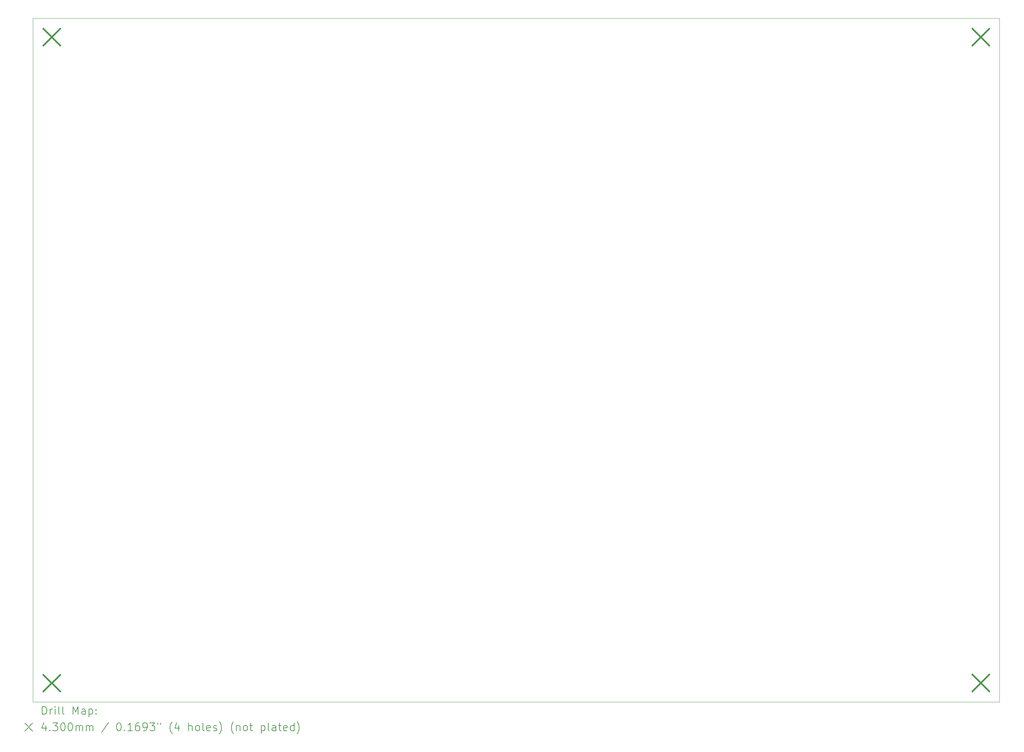
<source format=gbr>
%TF.GenerationSoftware,KiCad,Pcbnew,7.0.2*%
%TF.CreationDate,2023-08-30T10:53:34+01:00*%
%TF.ProjectId,Air quality project,41697220-7175-4616-9c69-74792070726f,rev?*%
%TF.SameCoordinates,Original*%
%TF.FileFunction,Drillmap*%
%TF.FilePolarity,Positive*%
%FSLAX45Y45*%
G04 Gerber Fmt 4.5, Leading zero omitted, Abs format (unit mm)*
G04 Created by KiCad (PCBNEW 7.0.2) date 2023-08-30 10:53:34*
%MOMM*%
%LPD*%
G01*
G04 APERTURE LIST*
%ADD10C,0.100000*%
%ADD11C,0.200000*%
%ADD12C,0.430000*%
G04 APERTURE END LIST*
D10*
X2000000Y-2000000D02*
X26650000Y-2000000D01*
X26650000Y-19450000D01*
X2000000Y-19450000D01*
X2000000Y-2000000D01*
D11*
D12*
X2264000Y-18754000D02*
X2694000Y-19184000D01*
X2694000Y-18754000D02*
X2264000Y-19184000D01*
X2266000Y-2268000D02*
X2696000Y-2698000D01*
X2696000Y-2268000D02*
X2266000Y-2698000D01*
X25953000Y-2268000D02*
X26383000Y-2698000D01*
X26383000Y-2268000D02*
X25953000Y-2698000D01*
X25953000Y-18753000D02*
X26383000Y-19183000D01*
X26383000Y-18753000D02*
X25953000Y-19183000D01*
D11*
X2242619Y-19767524D02*
X2242619Y-19567524D01*
X2242619Y-19567524D02*
X2290238Y-19567524D01*
X2290238Y-19567524D02*
X2318810Y-19577048D01*
X2318810Y-19577048D02*
X2337857Y-19596095D01*
X2337857Y-19596095D02*
X2347381Y-19615143D01*
X2347381Y-19615143D02*
X2356905Y-19653238D01*
X2356905Y-19653238D02*
X2356905Y-19681810D01*
X2356905Y-19681810D02*
X2347381Y-19719905D01*
X2347381Y-19719905D02*
X2337857Y-19738952D01*
X2337857Y-19738952D02*
X2318810Y-19758000D01*
X2318810Y-19758000D02*
X2290238Y-19767524D01*
X2290238Y-19767524D02*
X2242619Y-19767524D01*
X2442619Y-19767524D02*
X2442619Y-19634190D01*
X2442619Y-19672286D02*
X2452143Y-19653238D01*
X2452143Y-19653238D02*
X2461667Y-19643714D01*
X2461667Y-19643714D02*
X2480714Y-19634190D01*
X2480714Y-19634190D02*
X2499762Y-19634190D01*
X2566429Y-19767524D02*
X2566429Y-19634190D01*
X2566429Y-19567524D02*
X2556905Y-19577048D01*
X2556905Y-19577048D02*
X2566429Y-19586571D01*
X2566429Y-19586571D02*
X2575952Y-19577048D01*
X2575952Y-19577048D02*
X2566429Y-19567524D01*
X2566429Y-19567524D02*
X2566429Y-19586571D01*
X2690238Y-19767524D02*
X2671190Y-19758000D01*
X2671190Y-19758000D02*
X2661667Y-19738952D01*
X2661667Y-19738952D02*
X2661667Y-19567524D01*
X2795000Y-19767524D02*
X2775952Y-19758000D01*
X2775952Y-19758000D02*
X2766429Y-19738952D01*
X2766429Y-19738952D02*
X2766429Y-19567524D01*
X3023571Y-19767524D02*
X3023571Y-19567524D01*
X3023571Y-19567524D02*
X3090238Y-19710381D01*
X3090238Y-19710381D02*
X3156905Y-19567524D01*
X3156905Y-19567524D02*
X3156905Y-19767524D01*
X3337857Y-19767524D02*
X3337857Y-19662762D01*
X3337857Y-19662762D02*
X3328333Y-19643714D01*
X3328333Y-19643714D02*
X3309286Y-19634190D01*
X3309286Y-19634190D02*
X3271190Y-19634190D01*
X3271190Y-19634190D02*
X3252143Y-19643714D01*
X3337857Y-19758000D02*
X3318809Y-19767524D01*
X3318809Y-19767524D02*
X3271190Y-19767524D01*
X3271190Y-19767524D02*
X3252143Y-19758000D01*
X3252143Y-19758000D02*
X3242619Y-19738952D01*
X3242619Y-19738952D02*
X3242619Y-19719905D01*
X3242619Y-19719905D02*
X3252143Y-19700857D01*
X3252143Y-19700857D02*
X3271190Y-19691333D01*
X3271190Y-19691333D02*
X3318809Y-19691333D01*
X3318809Y-19691333D02*
X3337857Y-19681810D01*
X3433095Y-19634190D02*
X3433095Y-19834190D01*
X3433095Y-19643714D02*
X3452143Y-19634190D01*
X3452143Y-19634190D02*
X3490238Y-19634190D01*
X3490238Y-19634190D02*
X3509286Y-19643714D01*
X3509286Y-19643714D02*
X3518809Y-19653238D01*
X3518809Y-19653238D02*
X3528333Y-19672286D01*
X3528333Y-19672286D02*
X3528333Y-19729429D01*
X3528333Y-19729429D02*
X3518809Y-19748476D01*
X3518809Y-19748476D02*
X3509286Y-19758000D01*
X3509286Y-19758000D02*
X3490238Y-19767524D01*
X3490238Y-19767524D02*
X3452143Y-19767524D01*
X3452143Y-19767524D02*
X3433095Y-19758000D01*
X3614048Y-19748476D02*
X3623571Y-19758000D01*
X3623571Y-19758000D02*
X3614048Y-19767524D01*
X3614048Y-19767524D02*
X3604524Y-19758000D01*
X3604524Y-19758000D02*
X3614048Y-19748476D01*
X3614048Y-19748476D02*
X3614048Y-19767524D01*
X3614048Y-19643714D02*
X3623571Y-19653238D01*
X3623571Y-19653238D02*
X3614048Y-19662762D01*
X3614048Y-19662762D02*
X3604524Y-19653238D01*
X3604524Y-19653238D02*
X3614048Y-19643714D01*
X3614048Y-19643714D02*
X3614048Y-19662762D01*
X1795000Y-19995000D02*
X1995000Y-20195000D01*
X1995000Y-19995000D02*
X1795000Y-20195000D01*
X2328333Y-20054190D02*
X2328333Y-20187524D01*
X2280714Y-19978000D02*
X2233095Y-20120857D01*
X2233095Y-20120857D02*
X2356905Y-20120857D01*
X2433095Y-20168476D02*
X2442619Y-20178000D01*
X2442619Y-20178000D02*
X2433095Y-20187524D01*
X2433095Y-20187524D02*
X2423571Y-20178000D01*
X2423571Y-20178000D02*
X2433095Y-20168476D01*
X2433095Y-20168476D02*
X2433095Y-20187524D01*
X2509286Y-19987524D02*
X2633095Y-19987524D01*
X2633095Y-19987524D02*
X2566429Y-20063714D01*
X2566429Y-20063714D02*
X2595000Y-20063714D01*
X2595000Y-20063714D02*
X2614048Y-20073238D01*
X2614048Y-20073238D02*
X2623571Y-20082762D01*
X2623571Y-20082762D02*
X2633095Y-20101810D01*
X2633095Y-20101810D02*
X2633095Y-20149429D01*
X2633095Y-20149429D02*
X2623571Y-20168476D01*
X2623571Y-20168476D02*
X2614048Y-20178000D01*
X2614048Y-20178000D02*
X2595000Y-20187524D01*
X2595000Y-20187524D02*
X2537857Y-20187524D01*
X2537857Y-20187524D02*
X2518810Y-20178000D01*
X2518810Y-20178000D02*
X2509286Y-20168476D01*
X2756905Y-19987524D02*
X2775952Y-19987524D01*
X2775952Y-19987524D02*
X2795000Y-19997048D01*
X2795000Y-19997048D02*
X2804524Y-20006571D01*
X2804524Y-20006571D02*
X2814048Y-20025619D01*
X2814048Y-20025619D02*
X2823571Y-20063714D01*
X2823571Y-20063714D02*
X2823571Y-20111333D01*
X2823571Y-20111333D02*
X2814048Y-20149429D01*
X2814048Y-20149429D02*
X2804524Y-20168476D01*
X2804524Y-20168476D02*
X2795000Y-20178000D01*
X2795000Y-20178000D02*
X2775952Y-20187524D01*
X2775952Y-20187524D02*
X2756905Y-20187524D01*
X2756905Y-20187524D02*
X2737857Y-20178000D01*
X2737857Y-20178000D02*
X2728333Y-20168476D01*
X2728333Y-20168476D02*
X2718810Y-20149429D01*
X2718810Y-20149429D02*
X2709286Y-20111333D01*
X2709286Y-20111333D02*
X2709286Y-20063714D01*
X2709286Y-20063714D02*
X2718810Y-20025619D01*
X2718810Y-20025619D02*
X2728333Y-20006571D01*
X2728333Y-20006571D02*
X2737857Y-19997048D01*
X2737857Y-19997048D02*
X2756905Y-19987524D01*
X2947381Y-19987524D02*
X2966429Y-19987524D01*
X2966429Y-19987524D02*
X2985476Y-19997048D01*
X2985476Y-19997048D02*
X2995000Y-20006571D01*
X2995000Y-20006571D02*
X3004524Y-20025619D01*
X3004524Y-20025619D02*
X3014048Y-20063714D01*
X3014048Y-20063714D02*
X3014048Y-20111333D01*
X3014048Y-20111333D02*
X3004524Y-20149429D01*
X3004524Y-20149429D02*
X2995000Y-20168476D01*
X2995000Y-20168476D02*
X2985476Y-20178000D01*
X2985476Y-20178000D02*
X2966429Y-20187524D01*
X2966429Y-20187524D02*
X2947381Y-20187524D01*
X2947381Y-20187524D02*
X2928333Y-20178000D01*
X2928333Y-20178000D02*
X2918809Y-20168476D01*
X2918809Y-20168476D02*
X2909286Y-20149429D01*
X2909286Y-20149429D02*
X2899762Y-20111333D01*
X2899762Y-20111333D02*
X2899762Y-20063714D01*
X2899762Y-20063714D02*
X2909286Y-20025619D01*
X2909286Y-20025619D02*
X2918809Y-20006571D01*
X2918809Y-20006571D02*
X2928333Y-19997048D01*
X2928333Y-19997048D02*
X2947381Y-19987524D01*
X3099762Y-20187524D02*
X3099762Y-20054190D01*
X3099762Y-20073238D02*
X3109286Y-20063714D01*
X3109286Y-20063714D02*
X3128333Y-20054190D01*
X3128333Y-20054190D02*
X3156905Y-20054190D01*
X3156905Y-20054190D02*
X3175952Y-20063714D01*
X3175952Y-20063714D02*
X3185476Y-20082762D01*
X3185476Y-20082762D02*
X3185476Y-20187524D01*
X3185476Y-20082762D02*
X3195000Y-20063714D01*
X3195000Y-20063714D02*
X3214048Y-20054190D01*
X3214048Y-20054190D02*
X3242619Y-20054190D01*
X3242619Y-20054190D02*
X3261667Y-20063714D01*
X3261667Y-20063714D02*
X3271190Y-20082762D01*
X3271190Y-20082762D02*
X3271190Y-20187524D01*
X3366429Y-20187524D02*
X3366429Y-20054190D01*
X3366429Y-20073238D02*
X3375952Y-20063714D01*
X3375952Y-20063714D02*
X3395000Y-20054190D01*
X3395000Y-20054190D02*
X3423571Y-20054190D01*
X3423571Y-20054190D02*
X3442619Y-20063714D01*
X3442619Y-20063714D02*
X3452143Y-20082762D01*
X3452143Y-20082762D02*
X3452143Y-20187524D01*
X3452143Y-20082762D02*
X3461667Y-20063714D01*
X3461667Y-20063714D02*
X3480714Y-20054190D01*
X3480714Y-20054190D02*
X3509286Y-20054190D01*
X3509286Y-20054190D02*
X3528333Y-20063714D01*
X3528333Y-20063714D02*
X3537857Y-20082762D01*
X3537857Y-20082762D02*
X3537857Y-20187524D01*
X3928333Y-19978000D02*
X3756905Y-20235143D01*
X4185476Y-19987524D02*
X4204524Y-19987524D01*
X4204524Y-19987524D02*
X4223572Y-19997048D01*
X4223572Y-19997048D02*
X4233095Y-20006571D01*
X4233095Y-20006571D02*
X4242619Y-20025619D01*
X4242619Y-20025619D02*
X4252143Y-20063714D01*
X4252143Y-20063714D02*
X4252143Y-20111333D01*
X4252143Y-20111333D02*
X4242619Y-20149429D01*
X4242619Y-20149429D02*
X4233095Y-20168476D01*
X4233095Y-20168476D02*
X4223572Y-20178000D01*
X4223572Y-20178000D02*
X4204524Y-20187524D01*
X4204524Y-20187524D02*
X4185476Y-20187524D01*
X4185476Y-20187524D02*
X4166429Y-20178000D01*
X4166429Y-20178000D02*
X4156905Y-20168476D01*
X4156905Y-20168476D02*
X4147381Y-20149429D01*
X4147381Y-20149429D02*
X4137857Y-20111333D01*
X4137857Y-20111333D02*
X4137857Y-20063714D01*
X4137857Y-20063714D02*
X4147381Y-20025619D01*
X4147381Y-20025619D02*
X4156905Y-20006571D01*
X4156905Y-20006571D02*
X4166429Y-19997048D01*
X4166429Y-19997048D02*
X4185476Y-19987524D01*
X4337857Y-20168476D02*
X4347381Y-20178000D01*
X4347381Y-20178000D02*
X4337857Y-20187524D01*
X4337857Y-20187524D02*
X4328334Y-20178000D01*
X4328334Y-20178000D02*
X4337857Y-20168476D01*
X4337857Y-20168476D02*
X4337857Y-20187524D01*
X4537857Y-20187524D02*
X4423572Y-20187524D01*
X4480714Y-20187524D02*
X4480714Y-19987524D01*
X4480714Y-19987524D02*
X4461667Y-20016095D01*
X4461667Y-20016095D02*
X4442619Y-20035143D01*
X4442619Y-20035143D02*
X4423572Y-20044667D01*
X4709286Y-19987524D02*
X4671191Y-19987524D01*
X4671191Y-19987524D02*
X4652143Y-19997048D01*
X4652143Y-19997048D02*
X4642619Y-20006571D01*
X4642619Y-20006571D02*
X4623572Y-20035143D01*
X4623572Y-20035143D02*
X4614048Y-20073238D01*
X4614048Y-20073238D02*
X4614048Y-20149429D01*
X4614048Y-20149429D02*
X4623572Y-20168476D01*
X4623572Y-20168476D02*
X4633095Y-20178000D01*
X4633095Y-20178000D02*
X4652143Y-20187524D01*
X4652143Y-20187524D02*
X4690238Y-20187524D01*
X4690238Y-20187524D02*
X4709286Y-20178000D01*
X4709286Y-20178000D02*
X4718810Y-20168476D01*
X4718810Y-20168476D02*
X4728334Y-20149429D01*
X4728334Y-20149429D02*
X4728334Y-20101810D01*
X4728334Y-20101810D02*
X4718810Y-20082762D01*
X4718810Y-20082762D02*
X4709286Y-20073238D01*
X4709286Y-20073238D02*
X4690238Y-20063714D01*
X4690238Y-20063714D02*
X4652143Y-20063714D01*
X4652143Y-20063714D02*
X4633095Y-20073238D01*
X4633095Y-20073238D02*
X4623572Y-20082762D01*
X4623572Y-20082762D02*
X4614048Y-20101810D01*
X4823572Y-20187524D02*
X4861667Y-20187524D01*
X4861667Y-20187524D02*
X4880715Y-20178000D01*
X4880715Y-20178000D02*
X4890238Y-20168476D01*
X4890238Y-20168476D02*
X4909286Y-20139905D01*
X4909286Y-20139905D02*
X4918810Y-20101810D01*
X4918810Y-20101810D02*
X4918810Y-20025619D01*
X4918810Y-20025619D02*
X4909286Y-20006571D01*
X4909286Y-20006571D02*
X4899762Y-19997048D01*
X4899762Y-19997048D02*
X4880715Y-19987524D01*
X4880715Y-19987524D02*
X4842619Y-19987524D01*
X4842619Y-19987524D02*
X4823572Y-19997048D01*
X4823572Y-19997048D02*
X4814048Y-20006571D01*
X4814048Y-20006571D02*
X4804524Y-20025619D01*
X4804524Y-20025619D02*
X4804524Y-20073238D01*
X4804524Y-20073238D02*
X4814048Y-20092286D01*
X4814048Y-20092286D02*
X4823572Y-20101810D01*
X4823572Y-20101810D02*
X4842619Y-20111333D01*
X4842619Y-20111333D02*
X4880715Y-20111333D01*
X4880715Y-20111333D02*
X4899762Y-20101810D01*
X4899762Y-20101810D02*
X4909286Y-20092286D01*
X4909286Y-20092286D02*
X4918810Y-20073238D01*
X4985476Y-19987524D02*
X5109286Y-19987524D01*
X5109286Y-19987524D02*
X5042619Y-20063714D01*
X5042619Y-20063714D02*
X5071191Y-20063714D01*
X5071191Y-20063714D02*
X5090238Y-20073238D01*
X5090238Y-20073238D02*
X5099762Y-20082762D01*
X5099762Y-20082762D02*
X5109286Y-20101810D01*
X5109286Y-20101810D02*
X5109286Y-20149429D01*
X5109286Y-20149429D02*
X5099762Y-20168476D01*
X5099762Y-20168476D02*
X5090238Y-20178000D01*
X5090238Y-20178000D02*
X5071191Y-20187524D01*
X5071191Y-20187524D02*
X5014048Y-20187524D01*
X5014048Y-20187524D02*
X4995000Y-20178000D01*
X4995000Y-20178000D02*
X4985476Y-20168476D01*
X5185476Y-19987524D02*
X5185476Y-20025619D01*
X5261667Y-19987524D02*
X5261667Y-20025619D01*
X5556905Y-20263714D02*
X5547381Y-20254190D01*
X5547381Y-20254190D02*
X5528334Y-20225619D01*
X5528334Y-20225619D02*
X5518810Y-20206571D01*
X5518810Y-20206571D02*
X5509286Y-20178000D01*
X5509286Y-20178000D02*
X5499762Y-20130381D01*
X5499762Y-20130381D02*
X5499762Y-20092286D01*
X5499762Y-20092286D02*
X5509286Y-20044667D01*
X5509286Y-20044667D02*
X5518810Y-20016095D01*
X5518810Y-20016095D02*
X5528334Y-19997048D01*
X5528334Y-19997048D02*
X5547381Y-19968476D01*
X5547381Y-19968476D02*
X5556905Y-19958952D01*
X5718810Y-20054190D02*
X5718810Y-20187524D01*
X5671191Y-19978000D02*
X5623572Y-20120857D01*
X5623572Y-20120857D02*
X5747381Y-20120857D01*
X5975953Y-20187524D02*
X5975953Y-19987524D01*
X6061667Y-20187524D02*
X6061667Y-20082762D01*
X6061667Y-20082762D02*
X6052143Y-20063714D01*
X6052143Y-20063714D02*
X6033096Y-20054190D01*
X6033096Y-20054190D02*
X6004524Y-20054190D01*
X6004524Y-20054190D02*
X5985476Y-20063714D01*
X5985476Y-20063714D02*
X5975953Y-20073238D01*
X6185476Y-20187524D02*
X6166429Y-20178000D01*
X6166429Y-20178000D02*
X6156905Y-20168476D01*
X6156905Y-20168476D02*
X6147381Y-20149429D01*
X6147381Y-20149429D02*
X6147381Y-20092286D01*
X6147381Y-20092286D02*
X6156905Y-20073238D01*
X6156905Y-20073238D02*
X6166429Y-20063714D01*
X6166429Y-20063714D02*
X6185476Y-20054190D01*
X6185476Y-20054190D02*
X6214048Y-20054190D01*
X6214048Y-20054190D02*
X6233096Y-20063714D01*
X6233096Y-20063714D02*
X6242619Y-20073238D01*
X6242619Y-20073238D02*
X6252143Y-20092286D01*
X6252143Y-20092286D02*
X6252143Y-20149429D01*
X6252143Y-20149429D02*
X6242619Y-20168476D01*
X6242619Y-20168476D02*
X6233096Y-20178000D01*
X6233096Y-20178000D02*
X6214048Y-20187524D01*
X6214048Y-20187524D02*
X6185476Y-20187524D01*
X6366429Y-20187524D02*
X6347381Y-20178000D01*
X6347381Y-20178000D02*
X6337857Y-20158952D01*
X6337857Y-20158952D02*
X6337857Y-19987524D01*
X6518810Y-20178000D02*
X6499762Y-20187524D01*
X6499762Y-20187524D02*
X6461667Y-20187524D01*
X6461667Y-20187524D02*
X6442619Y-20178000D01*
X6442619Y-20178000D02*
X6433096Y-20158952D01*
X6433096Y-20158952D02*
X6433096Y-20082762D01*
X6433096Y-20082762D02*
X6442619Y-20063714D01*
X6442619Y-20063714D02*
X6461667Y-20054190D01*
X6461667Y-20054190D02*
X6499762Y-20054190D01*
X6499762Y-20054190D02*
X6518810Y-20063714D01*
X6518810Y-20063714D02*
X6528334Y-20082762D01*
X6528334Y-20082762D02*
X6528334Y-20101810D01*
X6528334Y-20101810D02*
X6433096Y-20120857D01*
X6604524Y-20178000D02*
X6623572Y-20187524D01*
X6623572Y-20187524D02*
X6661667Y-20187524D01*
X6661667Y-20187524D02*
X6680715Y-20178000D01*
X6680715Y-20178000D02*
X6690238Y-20158952D01*
X6690238Y-20158952D02*
X6690238Y-20149429D01*
X6690238Y-20149429D02*
X6680715Y-20130381D01*
X6680715Y-20130381D02*
X6661667Y-20120857D01*
X6661667Y-20120857D02*
X6633096Y-20120857D01*
X6633096Y-20120857D02*
X6614048Y-20111333D01*
X6614048Y-20111333D02*
X6604524Y-20092286D01*
X6604524Y-20092286D02*
X6604524Y-20082762D01*
X6604524Y-20082762D02*
X6614048Y-20063714D01*
X6614048Y-20063714D02*
X6633096Y-20054190D01*
X6633096Y-20054190D02*
X6661667Y-20054190D01*
X6661667Y-20054190D02*
X6680715Y-20063714D01*
X6756905Y-20263714D02*
X6766429Y-20254190D01*
X6766429Y-20254190D02*
X6785477Y-20225619D01*
X6785477Y-20225619D02*
X6795000Y-20206571D01*
X6795000Y-20206571D02*
X6804524Y-20178000D01*
X6804524Y-20178000D02*
X6814048Y-20130381D01*
X6814048Y-20130381D02*
X6814048Y-20092286D01*
X6814048Y-20092286D02*
X6804524Y-20044667D01*
X6804524Y-20044667D02*
X6795000Y-20016095D01*
X6795000Y-20016095D02*
X6785477Y-19997048D01*
X6785477Y-19997048D02*
X6766429Y-19968476D01*
X6766429Y-19968476D02*
X6756905Y-19958952D01*
X7118810Y-20263714D02*
X7109286Y-20254190D01*
X7109286Y-20254190D02*
X7090238Y-20225619D01*
X7090238Y-20225619D02*
X7080715Y-20206571D01*
X7080715Y-20206571D02*
X7071191Y-20178000D01*
X7071191Y-20178000D02*
X7061667Y-20130381D01*
X7061667Y-20130381D02*
X7061667Y-20092286D01*
X7061667Y-20092286D02*
X7071191Y-20044667D01*
X7071191Y-20044667D02*
X7080715Y-20016095D01*
X7080715Y-20016095D02*
X7090238Y-19997048D01*
X7090238Y-19997048D02*
X7109286Y-19968476D01*
X7109286Y-19968476D02*
X7118810Y-19958952D01*
X7195000Y-20054190D02*
X7195000Y-20187524D01*
X7195000Y-20073238D02*
X7204524Y-20063714D01*
X7204524Y-20063714D02*
X7223572Y-20054190D01*
X7223572Y-20054190D02*
X7252143Y-20054190D01*
X7252143Y-20054190D02*
X7271191Y-20063714D01*
X7271191Y-20063714D02*
X7280715Y-20082762D01*
X7280715Y-20082762D02*
X7280715Y-20187524D01*
X7404524Y-20187524D02*
X7385477Y-20178000D01*
X7385477Y-20178000D02*
X7375953Y-20168476D01*
X7375953Y-20168476D02*
X7366429Y-20149429D01*
X7366429Y-20149429D02*
X7366429Y-20092286D01*
X7366429Y-20092286D02*
X7375953Y-20073238D01*
X7375953Y-20073238D02*
X7385477Y-20063714D01*
X7385477Y-20063714D02*
X7404524Y-20054190D01*
X7404524Y-20054190D02*
X7433096Y-20054190D01*
X7433096Y-20054190D02*
X7452143Y-20063714D01*
X7452143Y-20063714D02*
X7461667Y-20073238D01*
X7461667Y-20073238D02*
X7471191Y-20092286D01*
X7471191Y-20092286D02*
X7471191Y-20149429D01*
X7471191Y-20149429D02*
X7461667Y-20168476D01*
X7461667Y-20168476D02*
X7452143Y-20178000D01*
X7452143Y-20178000D02*
X7433096Y-20187524D01*
X7433096Y-20187524D02*
X7404524Y-20187524D01*
X7528334Y-20054190D02*
X7604524Y-20054190D01*
X7556905Y-19987524D02*
X7556905Y-20158952D01*
X7556905Y-20158952D02*
X7566429Y-20178000D01*
X7566429Y-20178000D02*
X7585477Y-20187524D01*
X7585477Y-20187524D02*
X7604524Y-20187524D01*
X7823572Y-20054190D02*
X7823572Y-20254190D01*
X7823572Y-20063714D02*
X7842619Y-20054190D01*
X7842619Y-20054190D02*
X7880715Y-20054190D01*
X7880715Y-20054190D02*
X7899762Y-20063714D01*
X7899762Y-20063714D02*
X7909286Y-20073238D01*
X7909286Y-20073238D02*
X7918810Y-20092286D01*
X7918810Y-20092286D02*
X7918810Y-20149429D01*
X7918810Y-20149429D02*
X7909286Y-20168476D01*
X7909286Y-20168476D02*
X7899762Y-20178000D01*
X7899762Y-20178000D02*
X7880715Y-20187524D01*
X7880715Y-20187524D02*
X7842619Y-20187524D01*
X7842619Y-20187524D02*
X7823572Y-20178000D01*
X8033096Y-20187524D02*
X8014048Y-20178000D01*
X8014048Y-20178000D02*
X8004524Y-20158952D01*
X8004524Y-20158952D02*
X8004524Y-19987524D01*
X8195000Y-20187524D02*
X8195000Y-20082762D01*
X8195000Y-20082762D02*
X8185477Y-20063714D01*
X8185477Y-20063714D02*
X8166429Y-20054190D01*
X8166429Y-20054190D02*
X8128334Y-20054190D01*
X8128334Y-20054190D02*
X8109286Y-20063714D01*
X8195000Y-20178000D02*
X8175953Y-20187524D01*
X8175953Y-20187524D02*
X8128334Y-20187524D01*
X8128334Y-20187524D02*
X8109286Y-20178000D01*
X8109286Y-20178000D02*
X8099762Y-20158952D01*
X8099762Y-20158952D02*
X8099762Y-20139905D01*
X8099762Y-20139905D02*
X8109286Y-20120857D01*
X8109286Y-20120857D02*
X8128334Y-20111333D01*
X8128334Y-20111333D02*
X8175953Y-20111333D01*
X8175953Y-20111333D02*
X8195000Y-20101810D01*
X8261667Y-20054190D02*
X8337858Y-20054190D01*
X8290239Y-19987524D02*
X8290239Y-20158952D01*
X8290239Y-20158952D02*
X8299762Y-20178000D01*
X8299762Y-20178000D02*
X8318810Y-20187524D01*
X8318810Y-20187524D02*
X8337858Y-20187524D01*
X8480715Y-20178000D02*
X8461667Y-20187524D01*
X8461667Y-20187524D02*
X8423572Y-20187524D01*
X8423572Y-20187524D02*
X8404524Y-20178000D01*
X8404524Y-20178000D02*
X8395001Y-20158952D01*
X8395001Y-20158952D02*
X8395001Y-20082762D01*
X8395001Y-20082762D02*
X8404524Y-20063714D01*
X8404524Y-20063714D02*
X8423572Y-20054190D01*
X8423572Y-20054190D02*
X8461667Y-20054190D01*
X8461667Y-20054190D02*
X8480715Y-20063714D01*
X8480715Y-20063714D02*
X8490239Y-20082762D01*
X8490239Y-20082762D02*
X8490239Y-20101810D01*
X8490239Y-20101810D02*
X8395001Y-20120857D01*
X8661667Y-20187524D02*
X8661667Y-19987524D01*
X8661667Y-20178000D02*
X8642620Y-20187524D01*
X8642620Y-20187524D02*
X8604524Y-20187524D01*
X8604524Y-20187524D02*
X8585477Y-20178000D01*
X8585477Y-20178000D02*
X8575953Y-20168476D01*
X8575953Y-20168476D02*
X8566429Y-20149429D01*
X8566429Y-20149429D02*
X8566429Y-20092286D01*
X8566429Y-20092286D02*
X8575953Y-20073238D01*
X8575953Y-20073238D02*
X8585477Y-20063714D01*
X8585477Y-20063714D02*
X8604524Y-20054190D01*
X8604524Y-20054190D02*
X8642620Y-20054190D01*
X8642620Y-20054190D02*
X8661667Y-20063714D01*
X8737858Y-20263714D02*
X8747382Y-20254190D01*
X8747382Y-20254190D02*
X8766429Y-20225619D01*
X8766429Y-20225619D02*
X8775953Y-20206571D01*
X8775953Y-20206571D02*
X8785477Y-20178000D01*
X8785477Y-20178000D02*
X8795001Y-20130381D01*
X8795001Y-20130381D02*
X8795001Y-20092286D01*
X8795001Y-20092286D02*
X8785477Y-20044667D01*
X8785477Y-20044667D02*
X8775953Y-20016095D01*
X8775953Y-20016095D02*
X8766429Y-19997048D01*
X8766429Y-19997048D02*
X8747382Y-19968476D01*
X8747382Y-19968476D02*
X8737858Y-19958952D01*
M02*

</source>
